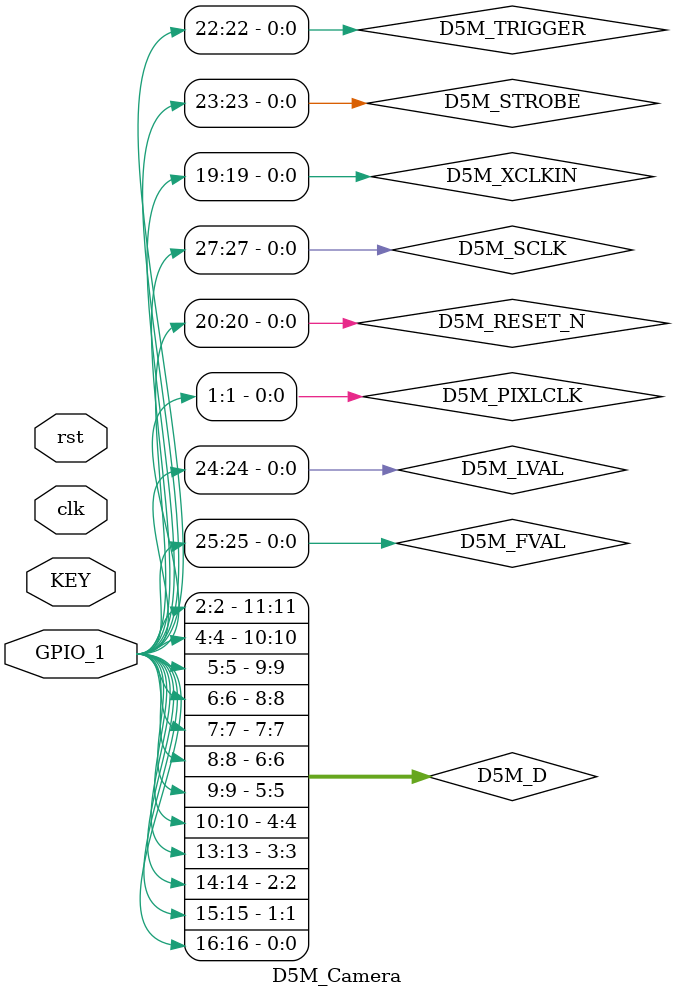
<source format=sv>

module D5M_Camera (input clk, input rst, inout [40:1] GPIO_1, input [3:0] KEY
                    // SDRAM IO
                    );

    logic		    [11:0]		D5M_D;          // input
    logic		          		D5M_FVAL;       // input
    logic		          		D5M_LVAL;       // input
    logic		          		D5M_PIXLCLK;    // input
    logic		          		D5M_RESET_N;    // output
    logic		          		D5M_SCLK;       // output
    logic		          		D5M_SDATA;      // inout
    logic		          		D5M_STROBE;     // input
    logic		          		D5M_TRIGGER;    // output
    logic		          		D5M_XCLKIN;     // output

    // MAKE SURE YOU USE BIDIRECTIONAL PORTS CORRECTLY
    assign D5M_D = {GPIO_1[2], GPIO_1[4], GPIO_1[5], GPIO_1[6],
                    GPIO_1[7], GPIO_1[8], GPIO_1[9], GPIO_1[10],
                    GPIO_1[13], GPIO_1[14], GPIO_1[15], GPIO_1[16]};
    assign D5M_FVAL = GPIO_1[25];
    assign D5M_LVAL = GPIO_1[24];
    assign D5M_PIXLCLK = GPIO_1[1];
    assign GPIO_1[20] = D5M_RESET_N;
    assign GPIO_1[27] = D5M_SCLK;
    // Assignment for D5M_SDATA
    assign D5M_STROBE = GPIO_1[23];
    assign GPIO_1[22] = D5M_TRIGGER;
    assign GPIO_1[19] = D5M_XCLKIN;

    /*
    Modules from demo being used:
        RAW2GREY
            Line_Buffer1 being used internally (Needs to be modified)
        CCD_Capture
        Reset_Delay
        Sdram_Control (Needs to be modified)
        sdram_pll
        I2C_CCD_Config???



    Quartus IP's to keep in mind:
        On Chip Memory/FIFO
        On Chip Memory/Shift register (RAM-based)
    */



endmodule
</source>
